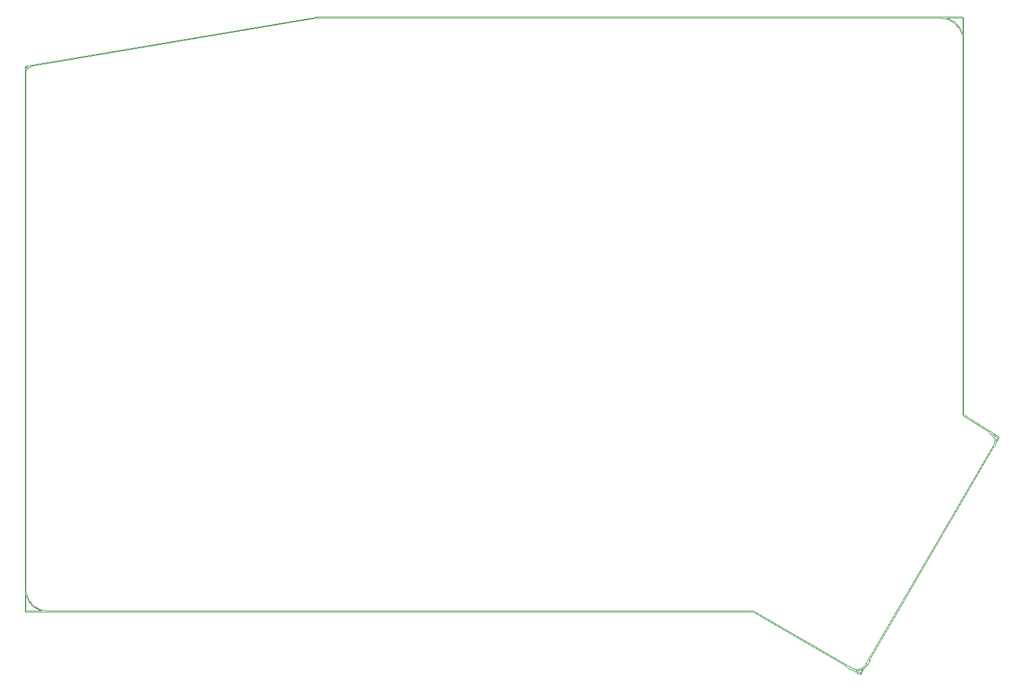
<source format=gbr>
G04 #@! TF.FileFunction,Profile,NP*
%FSLAX46Y46*%
G04 Gerber Fmt 4.6, Leading zero omitted, Abs format (unit mm)*
G04 Created by KiCad (PCBNEW 4.0.7) date 03/27/18 11:13:31*
%MOMM*%
%LPD*%
G01*
G04 APERTURE LIST*
%ADD10C,0.100000*%
G04 APERTURE END LIST*
D10*
X206284000Y-46392600D02*
X206308000Y-46401500D01*
X207283000Y-46969600D02*
X207992000Y-47814300D01*
X208285000Y-48579300D02*
X208285000Y-46350000D01*
X207998000Y-47825200D02*
X208005000Y-47836000D01*
X207263000Y-46952900D02*
X207283000Y-46969600D01*
X75275000Y-53291200D02*
X75085000Y-53323400D01*
X206308000Y-46401500D02*
X206308000Y-46401500D01*
X208285000Y-46350000D02*
X206042000Y-46350000D01*
X208005000Y-47836000D02*
X208285000Y-48579300D01*
X207992000Y-47814300D02*
X207998000Y-47825200D01*
X206042000Y-46350000D02*
X206284000Y-46392600D01*
X207283000Y-46969600D02*
X207283000Y-46969600D01*
X206308000Y-46401500D02*
X207263000Y-46952900D01*
X207869000Y-47900900D02*
X207177000Y-47076100D01*
X208241000Y-48876200D02*
X208228000Y-48853800D01*
X208289000Y-102813000D02*
X208287000Y-102802000D01*
X212095000Y-105321000D02*
X212103000Y-105296000D01*
X208301000Y-102836000D02*
X208295000Y-102826000D01*
X212611000Y-105564000D02*
X212611000Y-105564000D01*
X75085000Y-130655000D02*
X77327700Y-130655000D01*
X194616000Y-138296000D02*
X194633000Y-138281000D01*
X208295000Y-102826000D02*
X208290000Y-102816000D01*
X75364900Y-129168000D02*
X75085000Y-128399000D01*
X76086700Y-130035000D02*
X76086700Y-130035000D01*
X212118000Y-105276000D02*
X212140000Y-105261000D01*
X75085000Y-53323400D02*
X75085000Y-53464200D01*
X212629000Y-105582000D02*
X212900000Y-105994000D01*
X208302000Y-102837000D02*
X208301000Y-102836000D01*
X213025000Y-106497000D02*
X213025000Y-106498000D01*
X208262000Y-48892700D02*
X208241000Y-48876200D01*
X212900000Y-105994000D02*
X212904000Y-106003000D01*
X76086700Y-130035000D02*
X75377900Y-129191000D01*
X194633000Y-138281000D02*
X194735000Y-138093000D01*
X116291000Y-46350000D02*
X75707000Y-53218100D01*
X212097000Y-105347000D02*
X212095000Y-105321000D01*
X132160000Y-46350000D02*
X116291000Y-46350000D01*
X212911000Y-106018000D02*
X213025000Y-106497000D01*
X208228000Y-48853800D02*
X207869000Y-47900900D01*
X75093600Y-53449300D02*
X75110400Y-53429400D01*
X76106600Y-130052000D02*
X76086700Y-130035000D01*
X208290000Y-102816000D02*
X208289000Y-102814000D01*
X212629000Y-105582000D02*
X212629000Y-105582000D01*
X212368000Y-105383000D02*
X212611000Y-105564000D01*
X207177000Y-47076100D02*
X206245000Y-46538000D01*
X213338000Y-105990000D02*
X212368000Y-105383000D01*
X212904000Y-106003000D02*
X212911000Y-106018000D01*
X77086100Y-130612000D02*
X77061600Y-130603000D01*
X77061600Y-130603000D02*
X76106600Y-130052000D01*
X212163000Y-105256000D02*
X208320000Y-102854000D01*
X75085000Y-128399000D02*
X75085000Y-130655000D01*
X205178000Y-46350000D02*
X132160000Y-46350000D01*
X208285000Y-95170000D02*
X208285000Y-48900900D01*
X208287000Y-102802000D02*
X208285000Y-102790000D01*
X208303000Y-102838000D02*
X208302000Y-102837000D01*
X208320000Y-102854000D02*
X208312000Y-102846000D01*
X212125000Y-105390000D02*
X212107000Y-105371000D01*
X212103000Y-105296000D02*
X212118000Y-105276000D01*
X212140000Y-105261000D02*
X212163000Y-105256000D01*
X75110400Y-53429400D02*
X75275000Y-53291200D01*
X75110400Y-53429400D02*
X75110400Y-53429400D01*
X75377900Y-129191000D02*
X75364900Y-129168000D01*
X75085000Y-53464200D02*
X75093600Y-53449300D01*
X213027000Y-106523000D02*
X213338000Y-105990000D01*
X194735000Y-138093000D02*
X194616000Y-138296000D01*
X208285000Y-102790000D02*
X208285000Y-95170000D01*
X213025000Y-106498000D02*
X213027000Y-106523000D01*
X208289000Y-102814000D02*
X208289000Y-102813000D01*
X212616000Y-105569000D02*
X212629000Y-105582000D01*
X206245000Y-46538000D02*
X205178000Y-46350000D01*
X212611000Y-105564000D02*
X212616000Y-105569000D01*
X208285000Y-48900900D02*
X208262000Y-48892700D01*
X75377900Y-129191000D02*
X75377900Y-129191000D01*
X77327700Y-130655000D02*
X77086100Y-130612000D01*
X208312000Y-102846000D02*
X208303000Y-102838000D01*
X212107000Y-105371000D02*
X212097000Y-105347000D01*
X212511000Y-105676000D02*
X212125000Y-105390000D01*
X193768000Y-139694000D02*
X193761000Y-139694000D01*
X75707000Y-53218100D02*
X75717400Y-53240600D01*
X191655000Y-138560000D02*
X191637000Y-138541000D01*
X193755000Y-139695000D02*
X193748000Y-139694000D01*
X212768000Y-106066000D02*
X212511000Y-105676000D01*
X178495000Y-130805000D02*
X156290000Y-130805000D01*
X134700000Y-130805000D02*
X99140000Y-130805000D01*
X75132100Y-128090000D02*
X75501300Y-129104000D01*
X75551100Y-53343500D02*
X75365600Y-53411000D01*
X192837000Y-138991000D02*
X193507000Y-138973000D01*
X212876000Y-106519000D02*
X212768000Y-106066000D01*
X192811000Y-138982000D02*
X192837000Y-138991000D01*
X178534000Y-130658000D02*
X178541000Y-130660000D01*
X156290000Y-130655000D02*
X178515000Y-130655000D01*
X78191600Y-130655000D02*
X99140000Y-130655000D01*
X77125100Y-130467000D02*
X78191600Y-130655000D01*
X75676700Y-53328000D02*
X75651500Y-53334700D01*
X193735000Y-139692000D02*
X193729000Y-139690000D01*
X193550000Y-139117000D02*
X193525000Y-139122000D01*
X191626000Y-138491000D02*
X191632000Y-138469000D01*
X193774000Y-139692000D02*
X193768000Y-139694000D01*
X75085000Y-127552000D02*
X75132100Y-128090000D01*
X178528000Y-130656000D02*
X178534000Y-130658000D01*
X212839000Y-106844000D02*
X212876000Y-106519000D01*
X193748000Y-139694000D02*
X193742000Y-139694000D01*
X178541000Y-130660000D02*
X178546000Y-130663000D01*
X194131000Y-138726000D02*
X194255000Y-138616000D01*
X134700000Y-130655000D02*
X156290000Y-130655000D01*
X75085000Y-53901600D02*
X75085000Y-127552000D01*
X192749000Y-139120000D02*
X192140000Y-138917000D01*
X193729000Y-139690000D02*
X193723000Y-139687000D01*
X99140000Y-130655000D02*
X134700000Y-130655000D01*
X76193100Y-129929000D02*
X77125100Y-130467000D01*
X191632000Y-138469000D02*
X178495000Y-130805000D01*
X193072000Y-139135000D02*
X193728000Y-139517000D01*
X193742000Y-139694000D02*
X193735000Y-139692000D01*
X75717400Y-53240600D02*
X75719700Y-53266500D01*
X178553000Y-130665000D02*
X192811000Y-138982000D01*
X75698000Y-53313000D02*
X75676700Y-53328000D01*
X178522000Y-130656000D02*
X178528000Y-130656000D01*
X178515000Y-130655000D02*
X178522000Y-130656000D01*
X194086000Y-138905000D02*
X193550000Y-139117000D01*
X193525000Y-139122000D02*
X193072000Y-139135000D01*
X191627000Y-138517000D02*
X191626000Y-138491000D01*
X193761000Y-139694000D02*
X193755000Y-139695000D01*
X192119000Y-138906000D02*
X191655000Y-138560000D01*
X194255000Y-138616000D02*
X212839000Y-106844000D01*
X193507000Y-138973000D02*
X194131000Y-138726000D01*
X75216900Y-53535800D02*
X75119900Y-53703900D01*
X178546000Y-130663000D02*
X178553000Y-130665000D01*
X75501300Y-129104000D02*
X76193100Y-129929000D01*
X191637000Y-138541000D02*
X191627000Y-138517000D01*
X192140000Y-138917000D02*
X192130000Y-138911000D01*
X75119900Y-53703900D02*
X75085000Y-53901600D01*
X75365600Y-53411000D02*
X75216900Y-53535800D01*
X156290000Y-130805000D02*
X134700000Y-130805000D01*
X192130000Y-138911000D02*
X192119000Y-138906000D01*
X193717000Y-139685000D02*
X192749000Y-139120000D01*
X193723000Y-139687000D02*
X193717000Y-139685000D01*
X75651500Y-53334700D02*
X75551100Y-53343500D01*
X193728000Y-139517000D02*
X194086000Y-138905000D01*
X75713000Y-53291700D02*
X75698000Y-53313000D01*
X75719700Y-53266500D02*
X75713000Y-53291700D01*
X208408000Y-46217500D02*
X208412000Y-46222600D01*
X208403000Y-46214300D02*
X208408000Y-46217500D01*
X208397000Y-46210000D02*
X208403000Y-46214300D01*
X212861000Y-107285000D02*
X212841000Y-107301000D01*
X213514000Y-105952000D02*
X213514000Y-105960000D01*
X213511000Y-105942000D02*
X213512000Y-105947000D01*
X208421000Y-46232500D02*
X208425000Y-46237500D01*
X212875000Y-107263000D02*
X212861000Y-107285000D01*
X208432000Y-46255800D02*
X208434000Y-46262000D01*
X213514000Y-105960000D02*
X213515000Y-105968000D01*
X213514000Y-105973000D02*
X213514000Y-105978000D01*
X212984000Y-106892000D02*
X212970000Y-107013000D01*
X213480000Y-105901000D02*
X213484000Y-105905000D01*
X212970000Y-107013000D02*
X212968000Y-107023000D01*
X213512000Y-105947000D02*
X213514000Y-105952000D01*
X213510000Y-105993000D02*
X213507000Y-105998000D01*
X213484000Y-105905000D02*
X213489000Y-105908000D01*
X208435000Y-46275000D02*
X208435000Y-95170000D01*
X208425000Y-46237500D02*
X208427000Y-46243700D01*
X208417000Y-46226800D02*
X208421000Y-46232500D01*
X193780000Y-139691000D02*
X193774000Y-139692000D01*
X193797000Y-139681000D02*
X193792000Y-139685000D01*
X194759000Y-138364000D02*
X194743000Y-138384000D01*
X195099000Y-137726000D02*
X195091000Y-137751000D01*
X195023000Y-137640000D02*
X195049000Y-137644000D01*
X208430000Y-46249300D02*
X208432000Y-46255800D01*
X212968000Y-107023000D02*
X212966000Y-107032000D01*
X213507000Y-105998000D02*
X213505000Y-106003000D01*
X213505000Y-106003000D02*
X212984000Y-106892000D01*
X193792000Y-139685000D02*
X193786000Y-139687000D01*
X213502000Y-105924000D02*
X213505000Y-105928000D01*
X195072000Y-137656000D02*
X195089000Y-137676000D01*
X194743000Y-138384000D02*
X194373000Y-138712000D01*
X194743000Y-138384000D02*
X194743000Y-138384000D01*
X193786000Y-139687000D02*
X193780000Y-139691000D01*
X193820000Y-139658000D02*
X193816000Y-139663000D01*
X208435000Y-95170000D02*
X208435000Y-102748000D01*
X194373000Y-138712000D02*
X193820000Y-139658000D01*
X195089000Y-137676000D02*
X195098000Y-137700000D01*
X213499000Y-105919000D02*
X213502000Y-105924000D01*
X213493000Y-105914000D02*
X213499000Y-105919000D01*
X208434000Y-46262000D02*
X208434000Y-46268500D01*
X195091000Y-137751000D02*
X194759000Y-138364000D01*
X193803000Y-139678000D02*
X193797000Y-139681000D01*
X193807000Y-139673000D02*
X193803000Y-139678000D01*
X193812000Y-139668000D02*
X193807000Y-139673000D01*
X193816000Y-139663000D02*
X193812000Y-139668000D01*
X194997000Y-137645000D02*
X195023000Y-137640000D01*
X194997000Y-137646000D02*
X194997000Y-137645000D01*
X212753000Y-107288000D02*
X194997000Y-137646000D01*
X212766000Y-107299000D02*
X212753000Y-107288000D01*
X212816000Y-107309000D02*
X212790000Y-107308000D01*
X208427000Y-46243700D02*
X208430000Y-46249300D01*
X213508000Y-105935000D02*
X213511000Y-105942000D01*
X212841000Y-107301000D02*
X212816000Y-107309000D01*
X213505000Y-105928000D02*
X213508000Y-105935000D01*
X213514000Y-105978000D02*
X213511000Y-105986000D01*
X213515000Y-105968000D02*
X213514000Y-105973000D01*
X212966000Y-107032000D02*
X212875000Y-107263000D01*
X213511000Y-105986000D02*
X213510000Y-105993000D01*
X213489000Y-105908000D02*
X213493000Y-105914000D01*
X208434000Y-46268500D02*
X208435000Y-46275000D01*
X208435000Y-102748000D02*
X213480000Y-105901000D01*
X195098000Y-137700000D02*
X195099000Y-137726000D01*
X195049000Y-137644000D02*
X195072000Y-137656000D01*
X212790000Y-107308000D02*
X212766000Y-107299000D01*
X208373000Y-46201100D02*
X208379000Y-46203400D01*
X116279000Y-46201100D02*
X116285000Y-46200000D01*
X74952900Y-53211400D02*
X74962700Y-53203200D01*
X75003500Y-130804000D02*
X74997000Y-130804000D01*
X74961800Y-130787000D02*
X74957600Y-130782000D01*
X74935000Y-130730000D02*
X74935000Y-53260000D01*
X74972700Y-53195000D02*
X74972900Y-53194800D01*
X74935000Y-53260000D02*
X74935000Y-53259700D01*
X74967500Y-130791000D02*
X74961800Y-130787000D01*
X74972500Y-130795000D02*
X74967500Y-130791000D01*
X74984300Y-130800000D02*
X74978700Y-130797000D01*
X74990800Y-130802000D02*
X74984300Y-130800000D01*
X74938400Y-130749000D02*
X74936100Y-130743000D01*
X208391000Y-46207800D02*
X208397000Y-46210000D01*
X74972900Y-53194800D02*
X74985000Y-53190500D01*
X132160000Y-46200000D02*
X208360000Y-46200000D01*
X74946200Y-53222800D02*
X74952500Y-53211800D01*
X208386000Y-46204500D02*
X208391000Y-46207800D01*
X208379000Y-46203400D02*
X208386000Y-46204500D01*
X208366000Y-46201100D02*
X208373000Y-46201100D01*
X116285000Y-46200000D02*
X132160000Y-46200000D01*
X208360000Y-46200000D02*
X208366000Y-46201100D01*
X74997200Y-53186100D02*
X74997500Y-53186100D01*
X74985000Y-53190500D02*
X74997000Y-53186100D01*
X74952500Y-130778000D02*
X74949300Y-130773000D01*
X74939700Y-53233900D02*
X74946200Y-53222800D01*
X74936100Y-130736000D02*
X74935000Y-130730000D01*
X74997000Y-53186100D02*
X74997200Y-53186100D01*
X116272000Y-46201100D02*
X116279000Y-46201100D01*
X74997500Y-53186100D02*
X116272000Y-46201100D01*
X74972500Y-53195000D02*
X74972700Y-53195000D01*
X74962700Y-53203200D02*
X74972500Y-53195000D01*
X74997000Y-130804000D02*
X74990800Y-130802000D01*
X74952700Y-53211600D02*
X74952900Y-53211400D01*
X99140000Y-130805000D02*
X75010000Y-130805000D01*
X74952500Y-53211800D02*
X74952700Y-53211600D01*
X74939700Y-53234100D02*
X74939700Y-53233900D01*
X74939500Y-53234300D02*
X74939700Y-53234100D01*
X74937300Y-53246800D02*
X74939500Y-53234300D01*
X74935000Y-53259500D02*
X74937300Y-53246800D01*
X74936100Y-130743000D02*
X74936100Y-130736000D01*
X74935000Y-53259700D02*
X74935000Y-53259500D01*
X74945000Y-130767000D02*
X74942800Y-130761000D01*
X75010000Y-130805000D02*
X75003500Y-130804000D01*
X74949300Y-130773000D02*
X74945000Y-130767000D01*
X74978700Y-130797000D02*
X74972500Y-130795000D01*
X74939500Y-130756000D02*
X74938400Y-130749000D01*
X74942800Y-130761000D02*
X74939500Y-130756000D01*
X74957600Y-130782000D02*
X74952500Y-130778000D01*
X208412000Y-46222600D02*
X208417000Y-46226800D01*
M02*

</source>
